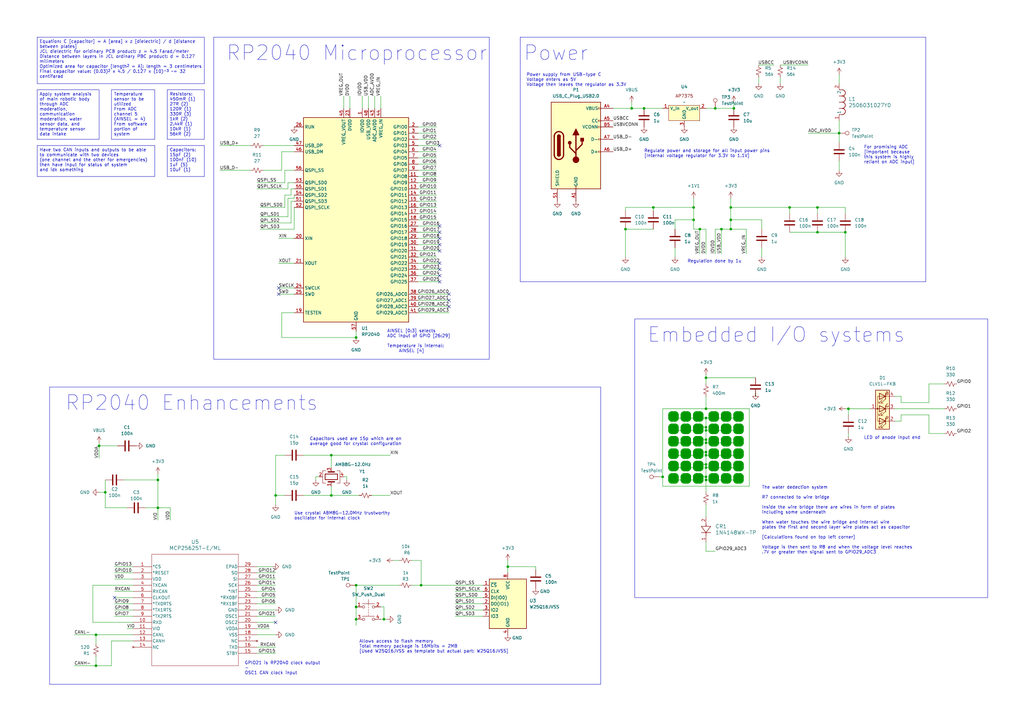
<source format=kicad_sch>
(kicad_sch (version 20230121) (generator eeschema)
  (paper "A3")
  (junction (at 302.26 186.69))
  (junction (at 293.37 44.45))
  (junction (at 281.94 191.77))
  (junction (at 276.86 176.53))
  (junction (at 298.45 196.85))
  (junction (at 292.1 176.53))
  (junction (at 289.56 176.53))
  (junction (at 289.56 154.94))
  (junction (at 276.86 196.85))
  (junction (at 289.56 196.85))
  (junction (at 297.18 196.85))
  (junction (at 276.86 191.77))
  (junction (at 297.18 191.77))
  (junction (at 292.1 171.45))
  (junction (at 293.37 171.45))
  (junction (at 302.26 191.77))
  (junction (at 172.72 240.03))
  (junction (at 289.56 195.58))
  (junction (at 292.1 196.85))
  (junction (at 135.89 186.69))
  (junction (at 281.94 196.85))
  (junction (at 300.99 44.45))
  (junction (at 293.37 176.53))
  (junction (at 146.05 248.92))
  (junction (at 285.75 171.45))
  (junction (at 40.64 182.88))
  (junction (at 64.77 208.28))
  (junction (at 280.67 181.61))
  (junction (at 293.37 196.85))
  (junction (at 297.18 181.61))
  (junction (at 285.75 181.61))
  (junction (at 285.75 191.77))
  (junction (at 302.26 196.85))
  (junction (at 293.37 186.69))
  (junction (at 299.72 85.09))
  (junction (at 287.02 175.26))
  (junction (at 302.26 171.45))
  (junction (at 146.05 240.03))
  (junction (at 284.48 85.09))
  (junction (at 280.67 176.53))
  (junction (at 289.56 191.77))
  (junction (at 146.05 254))
  (junction (at 302.26 181.61))
  (junction (at 295.91 93.98))
  (junction (at 298.45 181.61))
  (junction (at 276.86 186.69))
  (junction (at 347.98 167.64))
  (junction (at 281.94 176.53))
  (junction (at 287.02 185.42))
  (junction (at 285.75 196.85))
  (junction (at 39.37 260.35))
  (junction (at 259.08 44.45))
  (junction (at 298.45 191.77))
  (junction (at 289.56 181.61))
  (junction (at 135.89 203.2))
  (junction (at 285.75 186.69))
  (junction (at 256.54 93.98))
  (junction (at 39.37 273.05))
  (junction (at 208.28 232.41))
  (junction (at 293.37 181.61))
  (junction (at 276.86 181.61))
  (junction (at 293.37 191.77))
  (junction (at 323.85 85.09))
  (junction (at 289.56 185.42))
  (junction (at 289.56 171.45))
  (junction (at 287.02 190.5))
  (junction (at 292.1 181.61))
  (junction (at 297.18 186.69))
  (junction (at 287.02 171.45))
  (junction (at 287.02 195.58))
  (junction (at 298.45 186.69))
  (junction (at 292.1 186.69))
  (junction (at 299.72 93.98))
  (junction (at 287.02 93.98))
  (junction (at 280.67 191.77))
  (junction (at 113.03 203.2))
  (junction (at 289.56 190.5))
  (junction (at 264.16 44.45))
  (junction (at 346.71 95.25))
  (junction (at 344.17 54.61))
  (junction (at 280.67 171.45))
  (junction (at 292.1 191.77))
  (junction (at 298.45 171.45))
  (junction (at 284.48 90.17))
  (junction (at 271.78 195.58))
  (junction (at 289.56 167.64))
  (junction (at 297.18 176.53))
  (junction (at 297.18 171.45))
  (junction (at 267.97 85.09))
  (junction (at 280.67 196.85))
  (junction (at 285.75 176.53))
  (junction (at 157.48 254))
  (junction (at 289.56 175.26))
  (junction (at 289.56 180.34))
  (junction (at 146.05 138.43))
  (junction (at 43.18 201.93))
  (junction (at 281.94 186.69))
  (junction (at 281.94 171.45))
  (junction (at 335.28 95.25))
  (junction (at 298.45 176.53))
  (junction (at 281.94 181.61))
  (junction (at 299.72 90.17))
  (junction (at 276.86 171.45))
  (junction (at 64.77 196.85))
  (junction (at 335.28 85.09))
  (junction (at 289.56 186.69))
  (junction (at 302.26 176.53))
  (junction (at 287.02 180.34))
  (junction (at 280.67 186.69))
  (no_connect (at 180.34 59.69))
  (no_connect (at 180.34 110.49))
  (no_connect (at 180.34 107.95))
  (no_connect (at 180.34 95.25))
  (no_connect (at 180.34 113.03))
  (no_connect (at 184.15 123.19))
  (no_connect (at 180.34 92.71))
  (no_connect (at 180.34 115.57))
  (no_connect (at 46.99 245.11))
  (no_connect (at 114.3 120.65))
  (no_connect (at 113.03 255.27))
  (no_connect (at 180.34 102.87))
  (no_connect (at 180.34 97.79))
  (no_connect (at 180.34 100.33))
  (no_connect (at 184.15 120.65))
  (no_connect (at 184.15 125.73))
  (no_connect (at 114.3 118.11))
  (wire (pts (xy 45.72 273.05) (xy 39.37 273.05)))
  (wire (pts (xy 289.56 181.61) (xy 292.1 181.61)))
  (wire (pts (xy 287.02 181.61) (xy 287.02 180.34)) (stroke (width 3)))
  (wire (pts (xy 275.59 180.34) (xy 276.86 180.34)) (stroke (width 3)))
  (wire (pts (xy 284.48 85.09) (xy 284.48 90.17)))
  (wire (pts (xy 292.1 195.58) (xy 293.37 195.58)) (stroke (width 3)))
  (wire (pts (xy 302.26 175.26) (xy 302.26 176.53)) (stroke (width 3)))
  (wire (pts (xy 186.69 252.73) (xy 198.12 252.73)))
  (wire (pts (xy 46.99 234.95) (xy 54.61 234.95)))
  (wire (pts (xy 289.56 180.34) (xy 289.56 181.61)))
  (wire (pts (xy 299.72 90.17) (xy 299.72 93.98)))
  (wire (pts (xy 171.45 107.95) (xy 180.34 107.95)))
  (wire (pts (xy 171.45 110.49) (xy 180.34 110.49)))
  (wire (pts (xy 289.56 44.45) (xy 293.37 44.45)))
  (wire (pts (xy 267.97 86.36) (xy 267.97 85.09)))
  (wire (pts (xy 280.67 186.69) (xy 281.94 186.69)) (stroke (width 3)))
  (wire (pts (xy 135.89 203.2) (xy 147.32 203.2)))
  (wire (pts (xy 140.97 195.58) (xy 142.24 195.58)))
  (wire (pts (xy 297.18 185.42) (xy 297.18 186.69)) (stroke (width 3)))
  (wire (pts (xy 320.04 26.67) (xy 331.47 26.67)))
  (wire (pts (xy 171.45 54.61) (xy 179.07 54.61)))
  (wire (pts (xy 298.45 186.69) (xy 298.45 185.42)) (stroke (width 3)))
  (wire (pts (xy 180.34 113.03) (xy 171.45 113.03)))
  (wire (pts (xy 281.94 181.61) (xy 281.94 180.34)) (stroke (width 3)))
  (wire (pts (xy 287.02 185.42) (xy 289.56 185.42)))
  (wire (pts (xy 208.28 232.41) (xy 208.28 234.95)))
  (wire (pts (xy 107.95 69.85) (xy 115.57 69.85)))
  (wire (pts (xy 157.48 254) (xy 156.21 254)))
  (wire (pts (xy 275.59 175.26) (xy 275.59 176.53)) (stroke (width 3)))
  (wire (pts (xy 118.11 81.28) (xy 118.11 88.9)))
  (wire (pts (xy 292.1 195.58) (xy 292.1 196.85)) (stroke (width 3)))
  (wire (pts (xy 297.18 185.42) (xy 298.45 185.42)) (stroke (width 3)))
  (wire (pts (xy 303.53 186.69) (xy 303.53 185.42)) (stroke (width 3)))
  (wire (pts (xy 285.75 185.42) (xy 285.75 186.69)) (stroke (width 3)))
  (wire (pts (xy 293.37 171.45) (xy 297.18 171.45)))
  (wire (pts (xy 280.67 170.18) (xy 280.67 171.45)) (stroke (width 3)))
  (wire (pts (xy 256.54 85.09) (xy 267.97 85.09)))
  (wire (pts (xy 256.54 86.36) (xy 256.54 85.09)))
  (wire (pts (xy 297.18 176.53) (xy 298.45 176.53)) (stroke (width 3)))
  (wire (pts (xy 280.67 181.61) (xy 281.94 181.61)) (stroke (width 3)))
  (wire (pts (xy 369.57 165.1) (xy 381 165.1)))
  (wire (pts (xy 302.26 196.85) (xy 303.53 196.85)) (stroke (width 3)))
  (wire (pts (xy 381 170.18) (xy 381 177.8)))
  (wire (pts (xy 208.28 229.87) (xy 208.28 232.41)))
  (wire (pts (xy 302.26 180.34) (xy 302.26 181.61)) (stroke (width 3)))
  (wire (pts (xy 302.26 195.58) (xy 302.26 196.85)) (stroke (width 3)))
  (wire (pts (xy 281.94 171.45) (xy 281.94 170.18)) (stroke (width 3)))
  (wire (pts (xy 285.75 176.53) (xy 287.02 176.53)) (stroke (width 3)))
  (wire (pts (xy 171.45 52.07) (xy 179.07 52.07)))
  (wire (pts (xy 285.75 175.26) (xy 287.02 175.26)) (stroke (width 3)))
  (wire (pts (xy 281.94 171.45) (xy 285.75 171.45)))
  (wire (pts (xy 292.1 190.5) (xy 292.1 191.77)) (stroke (width 3)))
  (wire (pts (xy 156.21 39.37) (xy 156.21 44.45)))
  (wire (pts (xy 306.07 93.98) (xy 306.07 104.14)))
  (wire (pts (xy 292.1 185.42) (xy 293.37 185.42)) (stroke (width 3)))
  (wire (pts (xy 271.78 167.64) (xy 289.56 167.64)))
  (wire (pts (xy 292.1 170.18) (xy 292.1 171.45)) (stroke (width 3)))
  (wire (pts (xy 367.03 167.64) (xy 387.35 167.64)))
  (wire (pts (xy 59.69 208.28) (xy 64.77 208.28)))
  (wire (pts (xy 171.45 102.87) (xy 180.34 102.87)))
  (wire (pts (xy 346.71 167.64) (xy 347.98 167.64)))
  (wire (pts (xy 297.18 186.69) (xy 298.45 186.69)) (stroke (width 3)))
  (wire (pts (xy 276.86 90.17) (xy 284.48 90.17)))
  (wire (pts (xy 292.1 176.53) (xy 293.37 176.53)) (stroke (width 3)))
  (wire (pts (xy 281.94 176.53) (xy 285.75 176.53)))
  (wire (pts (xy 107.95 59.69) (xy 120.65 59.69)))
  (wire (pts (xy 344.17 54.61) (xy 344.17 58.42)))
  (wire (pts (xy 289.56 176.53) (xy 292.1 176.53)))
  (wire (pts (xy 298.45 191.77) (xy 302.26 191.77)))
  (wire (pts (xy 271.78 167.64) (xy 271.78 195.58)))
  (wire (pts (xy 114.3 107.95) (xy 120.65 107.95)))
  (wire (pts (xy 284.48 90.17) (xy 284.48 93.98)))
  (wire (pts (xy 292.1 186.69) (xy 293.37 186.69)) (stroke (width 3)))
  (wire (pts (xy 285.75 186.69) (xy 287.02 186.69)) (stroke (width 3)))
  (wire (pts (xy 113.03 242.57) (xy 105.41 242.57)))
  (wire (pts (xy 292.1 180.34) (xy 293.37 180.34)) (stroke (width 3)))
  (wire (pts (xy 285.75 171.45) (xy 287.02 171.45)) (stroke (width 3)))
  (wire (pts (xy 45.72 273.05) (xy 45.72 262.89)))
  (wire (pts (xy 292.1 190.5) (xy 293.37 190.5)) (stroke (width 3)))
  (wire (pts (xy 119.38 80.01) (xy 116.84 80.01)))
  (wire (pts (xy 179.07 69.85) (xy 171.45 69.85)))
  (wire (pts (xy 171.45 120.65) (xy 184.15 120.65)))
  (wire (pts (xy 124.46 203.2) (xy 135.89 203.2)))
  (wire (pts (xy 287.02 195.58) (xy 289.56 195.58)))
  (wire (pts (xy 271.78 199.39) (xy 307.34 199.39)))
  (wire (pts (xy 367.03 172.72) (xy 369.57 172.72)))
  (wire (pts (xy 179.07 82.55) (xy 171.45 82.55)))
  (wire (pts (xy 347.98 177.8) (xy 347.98 179.07)))
  (wire (pts (xy 289.56 162.56) (xy 289.56 167.64)))
  (wire (pts (xy 297.18 195.58) (xy 298.45 195.58)) (stroke (width 3)))
  (wire (pts (xy 289.56 191.77) (xy 289.56 195.58)))
  (wire (pts (xy 114.3 120.65) (xy 120.65 120.65)))
  (wire (pts (xy 113.03 255.27) (xy 105.41 255.27)))
  (wire (pts (xy 292.1 180.34) (xy 292.1 181.61)) (stroke (width 3)))
  (wire (pts (xy 179.07 74.93) (xy 171.45 74.93)))
  (wire (pts (xy 113.03 252.73) (xy 105.41 252.73)))
  (wire (pts (xy 298.45 181.61) (xy 302.26 181.61)))
  (wire (pts (xy 116.84 85.09) (xy 106.68 85.09)))
  (wire (pts (xy 289.56 153.67) (xy 289.56 154.94)))
  (wire (pts (xy 323.85 95.25) (xy 335.28 95.25)))
  (wire (pts (xy 116.84 186.69) (xy 113.03 186.69)))
  (wire (pts (xy 179.07 72.39) (xy 171.45 72.39)))
  (wire (pts (xy 307.34 199.39) (xy 307.34 167.64)))
  (wire (pts (xy 285.75 190.5) (xy 287.02 190.5)) (stroke (width 3)))
  (wire (pts (xy 43.18 201.93) (xy 43.18 208.28)))
  (wire (pts (xy 285.75 175.26) (xy 285.75 176.53)) (stroke (width 3)))
  (wire (pts (xy 297.18 170.18) (xy 298.45 170.18)) (stroke (width 3)))
  (wire (pts (xy 113.03 245.11) (xy 105.41 245.11)))
  (wire (pts (xy 275.59 185.42) (xy 276.86 185.42)) (stroke (width 3)))
  (wire (pts (xy 302.26 195.58) (xy 303.53 195.58)) (stroke (width 3)))
  (wire (pts (xy 309.88 162.56) (xy 309.88 161.29)))
  (wire (pts (xy 113.03 234.95) (xy 105.41 234.95)))
  (wire (pts (xy 256.54 93.98) (xy 267.97 93.98)))
  (wire (pts (xy 38.1 255.27) (xy 54.61 255.27)))
  (wire (pts (xy 179.07 80.01) (xy 171.45 80.01)))
  (wire (pts (xy 292.1 191.77) (xy 293.37 191.77)) (stroke (width 3)))
  (wire (pts (xy 280.67 170.18) (xy 281.94 170.18)) (stroke (width 3)))
  (wire (pts (xy 40.64 181.61) (xy 40.64 182.88)))
  (wire (pts (xy 367.03 162.56) (xy 369.57 162.56)))
  (wire (pts (xy 171.45 92.71) (xy 180.34 92.71)))
  (wire (pts (xy 168.91 240.03) (xy 172.72 240.03)))
  (wire (pts (xy 46.99 250.19) (xy 54.61 250.19)))
  (wire (pts (xy 292.1 185.42) (xy 292.1 186.69)) (stroke (width 3)))
  (wire (pts (xy 275.59 171.45) (xy 276.86 171.45)) (stroke (width 3)))
  (wire (pts (xy 186.69 247.65) (xy 198.12 247.65)))
  (wire (pts (xy 293.37 186.69) (xy 297.18 186.69)))
  (wire (pts (xy 369.57 170.18) (xy 381 170.18)))
  (wire (pts (xy 256.54 93.98) (xy 256.54 105.41)))
  (wire (pts (xy 303.53 181.61) (xy 303.53 180.34)) (stroke (width 3)))
  (wire (pts (xy 120.65 85.09) (xy 120.65 93.98)))
  (wire (pts (xy 186.69 250.19) (xy 198.12 250.19)))
  (wire (pts (xy 297.18 190.5) (xy 298.45 190.5)) (stroke (width 3)))
  (wire (pts (xy 381 165.1) (xy 381 157.48)))
  (wire (pts (xy 287.02 175.26) (xy 289.56 175.26)))
  (wire (pts (xy 40.64 182.88) (xy 40.64 187.96)))
  (wire (pts (xy 289.56 196.85) (xy 289.56 201.93)))
  (wire (pts (xy 179.07 90.17) (xy 171.45 90.17)))
  (wire (pts (xy 275.59 180.34) (xy 275.59 181.61)) (stroke (width 3)))
  (wire (pts (xy 180.34 115.57) (xy 171.45 115.57)))
  (wire (pts (xy 179.07 57.15) (xy 171.45 57.15)))
  (wire (pts (xy 335.28 85.09) (xy 335.28 87.63)))
  (wire (pts (xy 281.94 181.61) (xy 285.75 181.61)))
  (wire (pts (xy 276.86 191.77) (xy 280.67 191.77)))
  (wire (pts (xy 299.72 85.09) (xy 323.85 85.09)))
  (wire (pts (xy 297.18 180.34) (xy 297.18 181.61)) (stroke (width 3)))
  (wire (pts (xy 297.18 171.45) (xy 298.45 171.45)) (stroke (width 3)))
  (wire (pts (xy 50.8 196.85) (xy 64.77 196.85)))
  (wire (pts (xy 146.05 240.03) (xy 146.05 248.92)))
  (wire (pts (xy 276.86 176.53) (xy 280.67 176.53)))
  (wire (pts (xy 289.56 176.53) (xy 289.56 180.34)))
  (wire (pts (xy 285.75 190.5) (xy 285.75 191.77)) (stroke (width 3)))
  (wire (pts (xy 292.1 175.26) (xy 292.1 176.53)) (stroke (width 3)))
  (wire (pts (xy 161.29 229.87) (xy 163.83 229.87)))
  (wire (pts (xy 90.17 59.69) (xy 102.87 59.69)))
  (wire (pts (xy 347.98 167.64) (xy 356.87 167.64)))
  (wire (pts (xy 293.37 176.53) (xy 293.37 175.26)) (stroke (width 3)))
  (wire (pts (xy 118.11 77.47) (xy 105.41 77.47)))
  (wire (pts (xy 43.18 196.85) (xy 43.18 201.93)))
  (wire (pts (xy 289.56 191.77) (xy 292.1 191.77)))
  (wire (pts (xy 276.86 196.85) (xy 280.67 196.85)))
  (wire (pts (xy 267.97 85.09) (xy 284.48 85.09)))
  (wire (pts (xy 129.54 195.58) (xy 129.54 196.85)))
  (wire (pts (xy 157.48 254) (xy 157.48 248.92)))
  (wire (pts (xy 297.18 181.61) (xy 298.45 181.61)) (stroke (width 3)))
  (wire (pts (xy 285.75 181.61) (xy 287.02 181.61)) (stroke (width 3)))
  (wire (pts (xy 271.78 195.58) (xy 271.78 199.39)))
  (wire (pts (xy 289.56 186.69) (xy 292.1 186.69)))
  (wire (pts (xy 111.76 232.41) (xy 105.41 232.41)))
  (wire (pts (xy 116.84 80.01) (xy 116.84 85.09)))
  (wire (pts (xy 39.37 260.35) (xy 30.48 260.35)))
  (wire (pts (xy 303.53 171.45) (xy 303.53 170.18)) (stroke (width 3)))
  (wire (pts (xy 259.08 44.45) (xy 264.16 44.45)))
  (wire (pts (xy 344.17 30.48) (xy 344.17 34.29)))
  (wire (pts (xy 280.67 185.42) (xy 280.67 186.69)) (stroke (width 3)))
  (wire (pts (xy 39.37 273.05) (xy 30.48 273.05)))
  (wire (pts (xy 302.26 185.42) (xy 302.26 186.69)) (stroke (width 3)))
  (wire (pts (xy 64.77 208.28) (xy 69.85 208.28)))
  (wire (pts (xy 113.03 250.19) (xy 105.41 250.19)))
  (wire (pts (xy 292.1 181.61) (xy 293.37 181.61)) (stroke (width 3)))
  (wire (pts (xy 293.37 196.85) (xy 293.37 195.58)) (stroke (width 3)))
  (wire (pts (xy 179.07 77.47) (xy 171.45 77.47)))
  (wire (pts (xy 287.02 176.53) (xy 287.02 175.26)) (stroke (width 3)))
  (wire (pts (xy 300.99 41.91) (xy 300.99 44.45)))
  (wire (pts (xy 276.86 191.77) (xy 276.86 190.5)) (stroke (width 3)))
  (wire (pts (xy 297.18 175.26) (xy 298.45 175.26)) (stroke (width 3)))
  (wire (pts (xy 153.67 39.37) (xy 153.67 44.45)))
  (wire (pts (xy 276.86 101.6) (xy 276.86 105.41)))
  (wire (pts (xy 280.67 175.26) (xy 280.67 176.53)) (stroke (width 3)))
  (wire (pts (xy 287.02 186.69) (xy 287.02 185.42)) (stroke (width 3)))
  (wire (pts (xy 64.77 194.31) (xy 64.77 196.85)))
  (wire (pts (xy 276.86 176.53) (xy 276.86 175.26)) (stroke (width 3)))
  (wire (pts (xy 298.45 171.45) (xy 302.26 171.45)))
  (wire (pts (xy 275.59 176.53) (xy 276.86 176.53)) (stroke (width 3)))
  (wire (pts (xy 302.26 191.77) (xy 303.53 191.77)) (stroke (width 3)))
  (wire (pts (xy 113.03 265.43) (xy 105.41 265.43)))
  (wire (pts (xy 303.53 196.85) (xy 303.53 195.58)) (stroke (width 3)))
  (wire (pts (xy 64.77 208.28) (xy 64.77 213.36)))
  (wire (pts (xy 106.68 93.98) (xy 120.65 93.98)))
  (wire (pts (xy 285.75 195.58) (xy 287.02 195.58)) (stroke (width 3)))
  (wire (pts (xy 347.98 167.64) (xy 347.98 170.18)))
  (wire (pts (xy 280.67 195.58) (xy 280.67 196.85)) (stroke (width 3)))
  (wire (pts (xy 275.59 195.58) (xy 276.86 195.58)) (stroke (width 3)))
  (wire (pts (xy 369.57 165.1) (xy 369.57 162.56)))
  (wire (pts (xy 275.59 181.61) (xy 276.86 181.61)) (stroke (width 3)))
  (wire (pts (xy 118.11 74.93) (xy 118.11 77.47)))
  (wire (pts (xy 179.07 87.63) (xy 171.45 87.63)))
  (wire (pts (xy 120.65 62.23) (xy 115.57 62.23)))
  (wire (pts (xy 297.18 196.85) (xy 298.45 196.85)) (stroke (width 3)))
  (wire (pts (xy 299.72 90.17) (xy 312.42 90.17)))
  (wire (pts (xy 43.18 208.28) (xy 52.07 208.28)))
  (wire (pts (xy 39.37 260.35) (xy 39.37 264.16)))
  (wire (pts (xy 299.72 93.98) (xy 306.07 93.98)))
  (wire (pts (xy 285.75 180.34) (xy 287.02 180.34)) (stroke (width 3)))
  (wire (pts (xy 105.41 257.81) (xy 110.49 257.81)))
  (wire (pts (xy 146.05 248.92) (xy 146.05 254)))
  (wire (pts (xy 289.56 222.25) (xy 289.56 226.06)))
  (wire (pts (xy 287.02 171.45) (xy 287.02 170.18)) (stroke (width 3)))
  (wire (pts (xy 302.26 186.69) (xy 303.53 186.69)) (stroke (width 3)))
  (wire (pts (xy 113.03 247.65) (xy 105.41 247.65)))
  (wire (pts (xy 331.47 54.61) (xy 344.17 54.61)))
  (wire (pts (xy 346.71 85.09) (xy 346.71 87.63)))
  (wire (pts (xy 140.97 39.37) (xy 140.97 44.45)))
  (wire (pts (xy 381 177.8) (xy 387.35 177.8)))
  (wire (pts (xy 293.37 181.61) (xy 297.18 181.61)))
  (wire (pts (xy 276.86 186.69) (xy 276.86 185.42)) (stroke (width 3)))
  (wire (pts (xy 48.26 182.88) (xy 40.64 182.88)))
  (wire (pts (xy 219.71 232.41) (xy 219.71 233.68)))
  (wire (pts (xy 186.69 245.11) (xy 198.12 245.11)))
  (wire (pts (xy 158.75 254) (xy 157.48 254)))
  (wire (pts (xy 152.4 203.2) (xy 160.02 203.2)))
  (wire (pts (xy 311.15 26.67) (xy 317.5 26.67)))
  (wire (pts (xy 119.38 82.55) (xy 119.38 91.44)))
  (wire (pts (xy 271.78 195.58) (xy 270.51 195.58)))
  (wire (pts (xy 119.38 77.47) (xy 119.38 80.01)))
  (wire (pts (xy 289.56 167.64) (xy 307.34 167.64)))
  (wire (pts (xy 113.03 186.69) (xy 113.03 203.2)))
  (wire (pts (xy 287.02 180.34) (xy 289.56 180.34)))
  (wire (pts (xy 146.05 135.89) (xy 146.05 138.43)))
  (wire (pts (xy 289.56 186.69) (xy 289.56 190.5)))
  (wire (pts (xy 113.03 267.97) (xy 105.41 267.97)))
  (wire (pts (xy 323.85 85.09) (xy 323.85 87.63)))
  (wire (pts (xy 146.05 138.43) (xy 115.57 138.43)))
  (wire (pts (xy 289.56 171.45) (xy 292.1 171.45)))
  (wire (pts (xy 275.59 190.5) (xy 275.59 191.77)) (stroke (width 3)))
  (wire (pts (xy 115.57 128.27) (xy 120.65 128.27)))
  (wire (pts (xy 280.67 190.5) (xy 280.67 191.77)) (stroke (width 3)))
  (wire (pts (xy 179.07 105.41) (xy 171.45 105.41)))
  (wire (pts (xy 281.94 176.53) (xy 281.94 175.26)) (stroke (width 3)))
  (wire (pts (xy 120.65 69.85) (xy 116.84 69.85)))
  (wire (pts (xy 172.72 240.03) (xy 172.72 229.87)))
  (wire (pts (xy 172.72 229.87) (xy 168.91 229.87)))
  (wire (pts (xy 264.16 44.45) (xy 271.78 44.45)))
  (wire (pts (xy 280.67 195.58) (xy 281.94 195.58)) (stroke (width 3)))
  (wire (pts (xy 135.89 199.39) (xy 135.89 203.2)))
  (wire (pts (xy 280.67 180.34) (xy 280.67 181.61)) (stroke (width 3)))
  (wire (pts (xy 113.03 240.03) (xy 105.41 240.03)))
  (wire (pts (xy 297.18 170.18) (xy 297.18 171.45)) (stroke (width 3)))
  (wire (pts (xy 292.1 196.85) (xy 293.37 196.85)) (stroke (width 3)))
  (wire (pts (xy 289.56 181.61) (xy 289.56 185.42)))
  (wire (pts (xy 293.37 186.69) (xy 293.37 185.42)) (stroke (width 3)))
  (wire (pts (xy 116.84 74.93) (xy 105.41 74.93)))
  (wire (pts (xy 115.57 138.43) (xy 115.57 128.27)))
  (wire (pts (xy 346.71 95.25) (xy 346.71 105.41)))
  (wire (pts (xy 303.53 176.53) (xy 303.53 175.26)) (stroke (width 3)))
  (wire (pts (xy 275.59 170.18) (xy 276.86 170.18)) (stroke (width 3)))
  (wire (pts (xy 52.07 257.81) (xy 54.61 257.81)))
  (wire (pts (xy 148.59 39.37) (xy 148.59 44.45)))
  (wire (pts (xy 302.26 190.5) (xy 302.26 191.77)) (stroke (width 3)))
  (wire (pts (xy 46.99 242.57) (xy 54.61 242.57)))
  (wire (pts (xy 276.86 196.85) (xy 276.86 195.58)) (stroke (width 3)))
  (wire (pts (xy 38.1 240.03) (xy 54.61 240.03)))
  (wire (pts (xy 179.07 67.31) (xy 171.45 67.31)))
  (wire (pts (xy 113.03 203.2) (xy 116.84 203.2)))
  (wire (pts (xy 284.48 81.28) (xy 284.48 85.09)))
  (wire (pts (xy 302.26 180.34) (xy 303.53 180.34)) (stroke (width 3)))
  (wire (pts (xy 113.03 260.35) (xy 105.41 260.35)))
  (wire (pts (xy 293.37 181.61) (xy 293.37 180.34)) (stroke (width 3)))
  (wire (pts (xy 46.99 232.41) (xy 54.61 232.41)))
  (wire (pts (xy 106.68 88.9) (xy 118.11 88.9)))
  (wire (pts (xy 275.59 195.58) (xy 275.59 196.85)) (stroke (width 3)))
  (wire (pts (xy 46.99 247.65) (xy 54.61 247.65)))
  (wire (pts (xy 172.72 240.03) (xy 198.12 240.03)))
  (wire (pts (xy 298.45 181.61) (xy 298.45 180.34)) (stroke (width 3)))
  (wire (pts (xy 280.67 176.53) (xy 281.94 176.53)) (stroke (width 3)))
  (wire (pts (xy 151.13 39.37) (xy 151.13 44.45)))
  (wire (pts (xy 280.67 185.42) (xy 281.94 185.42)) (stroke (width 3)))
  (wire (pts (xy 289.56 175.26) (xy 289.56 176.53)))
  (wire (pts (xy 287.02 196.85) (xy 287.02 195.58)) (stroke (width 3)))
  (wire (pts (xy 143.51 39.37) (xy 143.51 44.45)))
  (wire (pts (xy 297.18 195.58) (xy 297.18 196.85)) (stroke (width 3)))
  (wire (pts (xy 38.1 255.27) (xy 38.1 240.03)))
  (wire (pts (xy 275.59 185.42) (xy 275.59 186.69)) (stroke (width 3)))
  (wire (pts (xy 116.84 69.85) (xy 116.84 74.93)))
  (wire (pts (xy 156.21 248.92) (xy 157.48 248.92)))
  (wire (pts (xy 298.45 176.53) (xy 302.26 176.53)))
  (wire (pts (xy 293.37 176.53) (xy 297.18 176.53)))
  (wire (pts (xy 39.37 273.05) (xy 39.37 269.24)))
  (wire (pts (xy 120.65 82.55) (xy 119.38 82.55)))
  (wire (pts (xy 302.26 185.42) (xy 303.53 185.42)) (stroke (width 3)))
  (wire (pts (xy 323.85 85.09) (xy 335.28 85.09)))
  (wire (pts (xy 276.86 171.45) (xy 276.86 170.18)) (stroke (width 3)))
  (wire (pts (xy 146.05 240.03) (xy 163.83 240.03)))
  (wire (pts (xy 292.1 171.45) (xy 293.37 171.45)) (stroke (width 3)))
  (wire (pts (xy 281.94 191.77) (xy 285.75 191.77)))
  (wire (pts (xy 171.45 123.19) (xy 184.15 123.19)))
  (wire (pts (xy 311.15 31.75) (xy 311.15 34.29)))
  (wire (pts (xy 39.37 260.35) (xy 54.61 260.35)))
  (wire (pts (xy 45.72 262.89) (xy 54.61 262.89)))
  (wire (pts (xy 46.99 237.49) (xy 54.61 237.49)))
  (wire (pts (xy 289.56 226.06) (xy 293.37 226.06)))
  (wire (pts (xy 285.75 185.42) (xy 287.02 185.42)) (stroke (width 3)))
  (wire (pts (xy 297.18 175.26) (xy 297.18 176.53)) (stroke (width 3)))
  (wire (pts (xy 369.57 170.18) (xy 369.57 172.72)))
  (wire (pts (xy 120.65 81.28) (xy 118.11 81.28)))
  (wire (pts (xy 292.1 175.26) (xy 293.37 175.26)) (stroke (width 3)))
  (wire (pts (xy 285.75 195.58) (xy 285.75 196.85)) (stroke (width 3)))
  (wire (pts (xy 312.42 93.98) (xy 312.42 90.17)))
  (wire (pts (xy 293.37 171.45) (xy 293.37 170.18)) (stroke (width 3)))
  (wire (pts (xy 64.77 196.85) (xy 64.77 208.28)))
  (wire (pts (xy 287.02 171.45) (xy 289.56 171.45)))
  (wire (pts (xy 298.45 186.69) (xy 302.26 186.69)))
  (wire (pts (xy 280.67 180.34) (xy 281.94 180.34)) (stroke (width 3)))
  (wire (pts (xy 114.3 118.11) (xy 120.65 118.11)))
  (wire (pts (xy 142.24 196.85) (xy 142.24 195.58)))
  (wire (pts (xy 208.28 232.41) (xy 219.71 232.41)))
  (wire (pts (xy 276.86 181.61) (xy 276.86 180.34)) (stroke (width 3)))
  (wire (pts (xy 298.45 171.45) (xy 298.45 170.18)) (stroke (width 3)))
  (wire (pts (xy 320.04 31.75) (xy 320.04 34.29)))
  (wire (pts (xy 287.02 190.5) (xy 289.56 190.5)))
  (wire (pts (xy 287.02 93.98) (xy 284.48 93.98)))
  (wire (pts (xy 113.03 237.49) (xy 105.41 237.49)))
  (wire (pts (xy 275.59 175.26) (xy 276.86 175.26)) (stroke (width 3)))
  (wire (pts (xy 135.89 186.69) (xy 160.02 186.69)))
  (wire (pts (xy 302.26 175.26) (xy 303.53 175.26)) (stroke (width 3)))
  (wire (pts (xy 179.07 62.23) (xy 171.45 62.23)))
  (wire (pts (xy 120.65 74.93) (xy 118.11 74.93)))
  (wire (pts (xy 289.56 171.45) (xy 289.56 175.26)))
  (wire (pts (xy 171.45 100.33) (xy 180.34 100.33)))
  (wire (pts (xy 298.45 176.53) (xy 298.45 175.26)) (stroke (width 3)))
  (wire (pts (xy 381 157.48) (xy 387.35 157.48)))
  (wire (pts (xy 120.65 77.47) (xy 119.38 77.47)))
  (wire (pts (xy 186.69 242.57) (xy 198.12 242.57)))
  (wire (pts (xy 287.02 191.77) (xy 287.02 190.5)) (stroke (width 3)))
  (wire (pts (xy 275.59 191.77) (xy 276.86 191.77)) (stroke (width 3)))
  (wire (pts (xy 106.68 91.44) (xy 119.38 91.44)))
  (wire (pts (xy 280.67 190.5) (xy 281.94 190.5)) (stroke (width 3)))
  (wire (pts (xy 295.91 93.98) (xy 295.91 104.14)))
  (wire (pts (xy 285.75 196.85) (xy 287.02 196.85)) (stroke (width 3)))
  (wire (pts (xy 46.99 252.73) (xy 54.61 252.73)))
  (wire (pts (xy 69.85 208.28) (xy 69.85 213.36)))
  (wire (pts (xy 298.45 191.77) (xy 298.45 190.5)) (stroke (width 3)))
  (wire (pts (xy 289.56 93.98) (xy 289.56 104.14)))
  (wire (pts (xy 135.89 186.69) (xy 135.89 191.77)))
  (wire (pts (xy 276.86 181.61) (xy 280.67 181.61)))
  (wire (pts (xy 302.26 170.18) (xy 303.53 170.18)) (stroke (width 3)))
  (wire (pts (xy 281.94 196.85) (xy 285.75 196.85)))
  (wire (pts (xy 298.45 196.85) (xy 302.26 196.85)))
  (wire (pts (xy 289.56 196.85) (xy 292.1 196.85)))
  (wire (pts (xy 280.67 191.77) (xy 281.94 191.77)) (stroke (width 3)))
  (wire (pts (xy 299.72 81.28) (xy 299.72 85.09)))
  (wire (pts (xy 289.56 157.48) (xy 289.56 154.94)))
  (wire (pts (xy 293.37 93.98) (xy 293.37 104.14)))
  (wire (pts (xy 285.75 180.34) (xy 285.75 181.61)) (stroke (width 3)))
  (wire (pts (xy 297.18 190.5) (xy 297.18 191.77)) (stroke (width 3)))
  (wire (pts (xy 113.03 203.2) (xy 113.03 207.01)))
  (wire (pts (xy 302.26 176.53) (xy 303.53 176.53)) (stroke (width 3)))
  (wire (pts (xy 124.46 186.69) (xy 135.89 186.69)))
  (wire (pts (xy 251.46 44.45) (xy 259.08 44.45)))
  (wire (pts (xy 146.05 254) (xy 146.05 256.54)))
  (wire (pts (xy 302.26 171.45) (xy 303.53 171.45)) (stroke (width 3)))
  (wire (pts (xy 120.65 80.01) (xy 120.65 81.28)))
  (wire (pts (xy 114.3 97.79) (xy 120.65 97.79)))
  (wire (pts (xy 335.28 85.09) (xy 346.71 85.09)))
  (wire (pts (xy 302.26 170.18) (xy 302.26 171.45)) (stroke (width 3)))
  (wire (pts (xy 184.15 128.27) (xy 171.45 128.27)))
  (wire (pts (xy 275.59 186.69) (xy 276.86 186.69)) (stroke (width 3)))
  (wire (pts (xy 275.59 170.18) (xy 275.59 171.45)) (stroke (width 3)))
  (wire (pts (xy 293.37 191.77) (xy 293.37 190.5)) (stroke (width 3)))
  (wire (pts (xy 280.67 196.85) (xy 281.94 196.85)) (stroke (width 3)))
  (wire (pts (xy 295.91 93.98) (xy 293.37 93.98)))
  (wire (pts (xy 281.94 196.85) (xy 281.94 195.58)) (stroke (width 3)))
  (wire (pts (xy 130.81 195.58) (xy 129.54 195.58)))
  (wire (pts (xy 180.34 95.25) (xy 171.45 95.25)))
  (wire (pts (xy 179.07 64.77) (xy 171.45 64.77)))
  (wire (pts (xy 285.75 170.18) (xy 285.75 171.45)) (stroke (width 3)))
  (wire (pts (xy 281.94 186.69) (xy 281.94 185.42)) (stroke (width 3)))
  (wire (pts (xy 297.18 191.77) (xy 298.45 191.77)) (stroke (width 3)))
  (wire (pts (xy 293.37 44.45) (xy 300.99 44.45)))
  (wire (pts (xy 344.17 49.53) (xy 344.17 54.61)))
  (wire (pts (xy 299.72 93.98) (xy 295.91 93.98)))
  (wire (pts (xy 40.64 201.93) (xy 43.18 201.93)))
  (wire (pts (xy 171.45 125.73) (xy 184.15 125.73)))
  (wire (pts (xy 297.18 180.34) (xy 298.45 180.34)) (stroke (width 3)))
  (wire (pts (xy 115.57 62.23) (xy 115.57 69.85)))
  (wire (pts (xy 299.72 85.09) (xy 299.72 90.17)))
  (wire (pts (xy 287.02 93.98) (xy 289.56 93.98)))
  (wire (pts (xy 292.1 170.18) (xy 293.37 170.18)) (stroke (width 3)))
  (wire (pts (xy 276.86 93.98) (xy 276.86 90.17)))
  (wire (pts (xy 298.45 196.85) (xy 298.45 195.58)) (stroke (width 3)))
  (wire (pts (xy 335.28 95.25) (xy 346.71 95.25)))
  (wire (pts (xy 90.17 69.85) (xy 102.87 69.85)))
  (wire (pts (xy 179.07 85.09) (xy 171.45 85.09)))
  (wire (pts (xy 171.45 97.79) (xy 180.34 97.79)))
  (wire (pts (xy 285.75 170.18) (xy 287.02 170.18)) (stroke (width 3)))
  (wire (pts (xy 276.86 186.69) (xy 280.67 186.69)))
  (wire (pts (xy 281.94 186.69) (xy 285.75 186.69)))
  (wire (pts (xy 276.86 171.45) (xy 280.67 171.45)))
  (wire (pts (xy 46.99 245.11) (xy 54.61 245.11)))
  (wire (pts (xy 303.53 191.77) (xy 303.53 190.5)) (stroke (width 3)))
  (wire (pts (xy 289.56 154.94) (xy 309.88 154.94)))
  (wire (pts (xy 302.26 190.5) (xy 303.53 190.5)) (stroke (width 3)))
  (wire (pts (xy 259.08 44.45) (xy 259.08 41.91)))
  (wire (pts (xy 289.56 190.5) (xy 289.56 191.77)))
  (wire (pts (xy 280.67 175.26) (xy 281.94 175.26)) (stroke (width 3)))
  (wire (pts (xy 275.59 196.85) (xy 276.86 196.85)) (stroke (width 3)))
  (wire (pts (xy 280.67 171.45) (xy 281.94 171.45)) (stroke (width 3)))
  (wire (pts (xy 285.75 191.77) (xy 287.02 191.77)) (stroke (width 3)))
  (wire (pts (xy 293.37 191.77) (xy 297.18 191.77)))
  (wire (pts (xy 289.56 207.01) (xy 289.56 212.09)))
  (wire (pts (xy 344.17 66.04) (xy 344.17 69.85)))
  (wire (pts (xy 289.56 195.58) (xy 289.56 196.85)))
  (wire (pts (xy 275.59 190.5) (xy 276.86 190.5)) (stroke (width 3)))
  (wire (pts (xy 312.42 101.6) (xy 312.42 105.41)))
  (wire (pts (xy 171.45 59.69) (xy 180.34 59.69)))
  (wire (pts (xy 281.94 191.77) (xy 281.94 190.5)) (stroke (width 3)))
  (wire (pts (xy 293.37 196.85) (xy 297.18 196.85)))
  (wire (pts (xy 287.02 93.98) (xy 287.02 104.14)))
  (wire (pts (xy 289.56 185.42) (xy 289.56 186.69)))
  (wire (pts (xy 302.26 181.61) (xy 303.53 181.61)) (stroke (width 3)))
  (rectangle (start 260.35 130.81) (end 405.13 245.11))
  (rectangle (start 20.32 158.75) (end 246.38 280.67))
  (rectangle (start 213.36 15.24) (end 379.73 115.57))
  (rectangle (start 87.63 15.24) (end 200.66 147.32))
  (text_box "Capacitors:\n15pF (2)\n100nF (10)\n1uF (5)\n10uF (1)" (at 68.58 59.69 0) (size 15.24 12.7) (effects (font (size 1.27 1.27)) (justify left top)))
  (text_box "Equation: C [capacitor] = A [area] x z [dielectric] / d [distance between plates]\nJCL dielectric for oridinary PCB product: z = 4.5 Farad/meter\nDistance between layers in JCL ordinary PBC product: d = 0.127 milimeters\nOptimized area for capacitor [length^{2} = A]: length = 3 centimeters\nFinal capacitor value: (0.03)^{2} x 4.5 / 0.127 x (10)^{-3} ~= 32 centifarad\n\n" (at 15.24 15.24 0) (size 68.58 19.05) (effects (font (size 1.27 1.27)) (justify left top)))
  (text_box "Resistors:\n450mR (1)\n27R (2)\n120R (1)\n330R (3)\n1kR (2)\n2.4kR (1)\n10kR (1)\n56kR (2)\n" (at 68.58 36.83 0) (size 15.24 20.32) (effects (font (size 1.27 1.27)) (justify left top)))
  (text_box "Have two CAN inputs and outputs to be able \nto communicate with two devices \n(one channel and the other for emergencies)\nthen have input for status of system\nand idk something " (at 15.24 59.69 0) (size 48.26 12.7) (effects (font (size 1.27 1.27)) (justify left top)))
  (text_box "Apply system analysis of main robotic body through ADC moderation, communication moderation, water sensor data, and temperature sensor data intake \n" (at 15.24 36.83 0) (size 25.4 20.32) (effects (font (size 1.27 1.27)) (justify left top)))
  (text_box "Temperature sensor to be utilized \nFrom ADC channel 5 (AINSEL = 4) \nFrom software portion of system" (at 45.72 36.83 0) (size 17.78 20.32) (effects (font (size 1.27 1.27)) (justify left top)))
  (text "Regulation done by 1u" (at 281.94 107.95 0) (effects (font (size 1.27 1.27)) (justify left bottom)))
  (text "RP2040 Microprocessor\n" (at 92.71 25.4 0) (effects (font (size 6 6)) (justify left bottom)))
  (text "GPIO21 is RP2040 clock output \n- \nOSC1 CAN clock input" (at 100.33 276.86 0) (effects (font (size 1.27 1.27)) (justify left bottom)))
  (text "AINSEL [0:3] selects \nADC input of GPIO [26:29]\n\nTemperature is internal:\n	AINSEL [4]" (at 158.75 144.78 0) (effects (font (size 1.27 1.27)) (justify left bottom)))
  (text "For promising ADC\n[important because \nthis system is highly \nreliant on ADC input]" (at 354.33 67.31 0) (effects (font (size 1.27 1.27)) (justify left bottom)))
  (text "Power supply from USB-type C\nVoltage enters as 5V\nVoltage then leaves the regulator as 3.3V\n" (at 215.9 35.56 0) (effects (font (size 1.27 1.27)) (justify left bottom)))
  (text "Allows access to flash memory\nTotal memory package is 16Mbits = 2MB\n[Used W25Q16JVSS as template but actual part: W25Q16JVSS]" (at 147.32 267.97 0) (effects (font (size 1.27 1.27)) (justify left bottom)))
  (text "RP2040 Enhancements" (at 26.67 168.91 0) (effects (font (size 6 6)) (justify left bottom)))
  (text "Use crystal ABM8G-12.0MHz trustworthy \noscillator for internal clock\n" (at 120.65 213.36 0) (effects (font (size 1.27 1.27)) (justify left bottom)))
  (text "Embedded I/O systems" (at 265.43 140.97 0) (effects (font (size 6 6)) (justify left bottom)))
  (text "Capacitors used are 15p which are on \naverage good for crystal configuration" (at 127 182.88 0) (effects (font (size 1.27 1.27)) (justify left bottom)))
  (text "The water dedection system \n\nR7 connected to wire bridge\n\nInside the wire bridge there are wires in form of plates \nincluding some underneath\n\nWhen water touches the wire bridge and internal wire \nplates the first and second layer wire plates act as capacitor \n\n[Calculations found on top left corner]\n\nVoltage is then sent to R8 and when the voltage level reaches \n.7V or greater then signal sent to GPIO29_ADC3" (at 312.42 227.33 0) (effects (font (size 1.27 1.27)) (justify left bottom)))
  (text "LED of anode input end" (at 354.33 180.34 0) (effects (font (size 1.27 1.27)) (justify left bottom)))
  (text "Regulate power and storage for all input power pins\n[Internal voltage regulator for 3.3V to 1.1V]\n" (at 264.16 64.77 0) (effects (font (size 1.27 1.27)) (justify left bottom)))
  (text "Power\n" (at 214.63 25.4 0) (effects (font (size 6 6)) (justify left bottom)))
  (label "GPIO24" (at 180.34 113.03 180))
  (label "GPIO9" (at 46.99 247.65 0))
  (label "GPIO21" (at 113.03 252.73 180))
  (label "XIN" (at 160.02 186.69 0))
  (label "XOUT" (at 160.02 203.2 0))
  (label "GPIO7" (at 46.99 252.73 0))
  (label "QSPI_SCLK" (at 105.41 77.47 0))
  (label "GPIO18" (at 180.34 97.79 180))
  (label "USB_VDD" (at 151.13 39.37 90))
  (label "XOUT" (at 114.3 107.95 0))
  (label "GPIO9" (at 179.07 74.93 180))
  (label "ADC_AVDD" (at 153.67 39.37 90))
  (label "GPIO22" (at 180.34 107.95 180))
  (label "USB_D+" (at 251.46 62.23 0))
  (label "GPIO0" (at 392.43 157.48 0))
  (label "GPIO23" (at 180.34 110.49 180))
  (label "USBVCONN" (at 331.47 26.67 180))
  (label "GPIO10" (at 46.99 234.95 0))
  (label "GPIO0" (at 179.07 52.07 180))
  (label "GPIO2" (at 179.07 57.15 180))
  (label "QPI_SD2" (at 186.69 250.19 0))
  (label "QPI_SD2" (at 106.68 91.44 0))
  (label "GPIO26_ADC0" (at 184.15 120.65 180))
  (label "DVDD" (at 143.51 39.37 90))
  (label "GPIO12" (at 179.07 82.55 180))
  (label "USBVCONN" (at 251.46 52.07 0))
  (label "USBCC" (at 251.46 49.53 0))
  (label "ADC_AVDD" (at 331.47 54.61 0))
  (label "QSPI_SD0" (at 106.68 85.09 0))
  (label "GPIO17" (at 180.34 95.25 180))
  (label "GPIO11" (at 113.03 237.49 180))
  (label "GPIO11" (at 179.07 80.01 180))
  (label "IOVDD" (at 293.37 104.14 90))
  (label "GPIO8" (at 46.99 250.19 0))
  (label "USB_D-" (at 90.17 69.85 0))
  (label "GPIO10" (at 179.07 77.47 180))
  (label "QPI_SD3" (at 106.68 93.98 0))
  (label "GPIO14" (at 179.07 87.63 180))
  (label "SWCLK" (at 114.3 118.11 0))
  (label "VREG_IN" (at 156.21 39.37 90))
  (label "GPIO5" (at 113.03 245.11 180))
  (label "GPIO7" (at 179.07 69.85 180))
  (label "VIO" (at 64.77 213.36 90))
  (label "IOVDD" (at 148.59 39.37 90))
  (label "GPIO15" (at 179.07 90.17 180))
  (label "GPIO4" (at 179.07 62.23 180))
  (label "VDDA" (at 110.49 257.81 180))
  (label "GPIO1" (at 179.07 54.61 180))
  (label "VREG_OUT" (at 287.02 104.14 90))
  (label "VDD" (at 69.85 213.36 90))
  (label "XIN" (at 114.3 97.79 0))
  (label "GPIO2" (at 392.43 177.8 0))
  (label "GPIO8" (at 179.07 72.39 180))
  (label "USBCC" (at 317.5 26.67 180))
  (label "RXCAN" (at 46.99 242.57 0))
  (label "GPIO19" (at 180.34 100.33 180))
  (label "GPIO5" (at 179.07 64.77 180))
  (label "GPIO13" (at 179.07 85.09 180))
  (label "GPIO14" (at 113.03 240.03 180))
  (label "GPIO21" (at 179.07 105.41 180))
  (label "RXCAN" (at 113.03 265.43 180))
  (label "GPIO28_ADC2" (at 184.15 125.73 180))
  (label "GPIO3" (at 180.34 59.69 180))
  (label "QSPI_SS" (at 105.41 74.93 0))
  (label "DVDD" (at 289.56 104.14 90))
  (label "CANH-" (at 30.48 273.05 0))
  (label "GPIO29_ADC3" (at 293.37 226.06 0))
  (label "CANL-" (at 30.48 260.35 0))
  (label "VDDA" (at 40.64 187.96 90))
  (label "GPIO6" (at 113.03 247.65 180))
  (label "GPIO25" (at 180.34 115.57 180))
  (label "GPIO12" (at 113.03 234.95 180))
  (label "GPIO27_ADC1" (at 184.15 123.19 180))
  (label "GPIO1" (at 392.43 167.64 0))
  (label "GPIO15" (at 113.03 267.97 180))
  (label "USB_D-" (at 251.46 57.15 0))
  (label "QPI_SD3" (at 186.69 252.73 0))
  (label "VREG_OUT" (at 140.97 39.37 90))
  (label "GPIO4" (at 113.03 242.57 180))
  (label "GPIO20" (at 180.34 102.87 180))
  (label "USB_VDD" (at 295.91 104.14 90))
  (label "SWD" (at 114.3 120.65 0))
  (label "GPIO29_ADC3" (at 184.15 128.27 180))
  (label "VIO" (at 52.07 257.81 0))
  (label "GPIO6" (at 179.07 67.31 180))
  (label "VREG_IN" (at 306.07 104.14 90))
  (label "GPIO13" (at 46.99 232.41 0))
  (label "USB_D+" (at 90.17 59.69 0))
  (label "QSPI_SCLK" (at 186.69 242.57 0))
  (label "QSPI_SD0" (at 186.69 245.11 0))
  (label "VDD" (at 46.99 237.49 0))
  (label "QSPI_SS" (at 186.69 240.03 0))
  (label "GPIO16" (at 180.34 92.71 180))
  (label "QPI_SD1" (at 106.68 88.9 0))
  (label "QPI_SD1" (at 186.69 247.65 0))
  (symbol (lib_id "power:GND") (at 40.64 201.93 270) (unit 1)
    (property "Reference" "#PWR05" (effects hide))
    (property "Value" "GND" (at 36.83 201.93 90) (effects (justify right)))
  )
  (symbol (lib_id "power:+3V3") (at 344.17 30.48 0) (unit 1)
    (property "Reference" "#PWR019" (effects hide))
    (property "Value" "+3V3" (at 344.17 25.4 0))
  )
  (symbol (lib_id "Device:R_Small_US") (at 166.37 240.03 90) (unit 1)
    (property "Reference" "R3" (at 167.64 237.49 90) (effects (justify left)))
    (property "Value" "1k" (at 167.64 234.95 90) (effects (justify left)))
    (property "Footprint" "Resistor_SMD:R_0805_2012Metric" (effects hide))
  )
  (symbol (lib_id "Connector:TestPoint") (at 146.05 240.03 90) (unit 1)
    (property "Reference" "TP1" (at 143.51 237.49 90) (effects (justify left)))
    (property "Value" "TestPoint" (at 143.51 234.95 90) (effects (justify left)))
    (property "Footprint" "TestPoint:TestPoint_Pad_1.5x1.5mm" (effects hide))
  )
  (symbol (lib_id "Device:C") (at 264.16 48.26 0) (unit 1)
    (property "Reference" "C6" (at 267.97 46.99 0) (effects (justify left)))
    (property "Value" "1u" (at 267.97 49.53 0) (effects (justify left)))
    (property "Footprint" "Capacitor_SMD:C_0805_2012Metric" (effects hide))
  )
  (symbol (lib_id "Device:R_Small_US") (at 105.41 69.85 90) (unit 1)
    (property "Reference" "R11" (at 105.41 63.5 90))
    (property "Value" "27" (at 105.41 66.04 90))
    (property "Footprint" "Resistor_SMD:R_0805_2012Metric" (effects hide))
  )
  (symbol (lib_id "power:+1V1") (at 284.48 81.28 0) (unit 1)
    (property "Reference" "#PWR04" (effects hide))
    (property "Value" "+1V1" (at 284.48 76.2 0))
  )
  (symbol (lib_id "power:GND") (at 219.71 241.3 0) (unit 1)
    (property "Reference" "#PWR033" (effects hide))
    (property "Value" "GND" (at 223.52 242.57 0))
  )
  (symbol (lib_id "power:VBUS") (at 259.08 41.91 0) (unit 1)
    (property "Reference" "#PWR011" (effects hide))
    (property "Value" "VBUS" (at 259.08 36.83 0))
  )
  (symbol (lib_id "Device:R_Small_US") (at 166.37 229.87 90) (unit 1)
    (property "Reference" "R6" (at 168.275 226.695 90) (effects (justify left)))
    (property "Value" "10k" (at 168.275 224.155 90) (effects (justify left)))
    (property "Footprint" "Resistor_SMD:R_0805_2012Metric" (effects hide))
  )
  (symbol (lib_id "power:+3V3") (at 208.28 229.87 0) (unit 1)
    (property "Reference" "#PWR031" (effects hide))
    (property "Value" "+3V3" (at 208.28 224.79 0))
  )
  (symbol (lib_id "canbus_:MCP25625T-E_ML") (at 54.61 232.41 0) (unit 1)
    (property "Reference" "U5" (at 80.01 222.25 0) (effects (font (size 1.524 1.524))))
    (property "Value" "MCP25625T-E/ML" (at 80.01 224.79 0) (effects (font (size 1.524 1.524))))
    (property "Footprint" "Package_DFN_QFN:QFN-28-1EP_6x6mm_P0.65mm_EP4.8x4.8mm" (effects hide))
    (property "Datasheet" "MCP25625T-E/ML" (effects hide))
  )
  (symbol (lib_id "Device:R_Small_US") (at 289.56 204.47 0) (unit 1)
    (property "Reference" "R8" (at 292.1 203.2 0) (effects (justify left)))
    (property "Value" "1k" (at 292.1 205.74 0) (effects (justify left)))
    (property "Footprint" "Resistor_SMD:R_0805_2012Metric" (effects hide))
  )
  (symbol (lib_id "Device:C") (at 256.54 90.17 0) (unit 1)
    (property "Reference" "C10" (at 260.35 88.9 0) (effects (justify left)))
    (property "Value" "100n" (at 260.35 91.44 0) (effects (justify left)))
    (property "Footprint" "Capacitor_SMD:C_0805_2012Metric" (effects hide))
  )
  (symbol (lib_id "Device:R_Small_US") (at 389.89 177.8 90) (unit 1)
    (property "Reference" "R13" (at 389.89 171.45 90))
    (property "Value" "330" (at 389.89 173.99 90))
    (property "Footprint" "Resistor_SMD:R_0805_2012Metric" (effects hide))
  )
  (symbol (lib_id "power:GND") (at 113.03 250.19 90) (unit 1)
    (property "Reference" "#PWR021" (effects hide))
    (property "Value" "GND" (at 116.84 250.19 90) (effects (justify right)))
  )
  (symbol (lib_id "power:GND") (at 312.42 105.41 0) (unit 1)
    (property "Reference" "#PWR08" (effects hide))
    (property "Value" "GND" (at 312.42 110.49 0))
  )
  (symbol (lib_id "Memory_Flash:W25Q32JVSS") (at 208.28 247.65 0) (unit 1)
    (property "Reference" "U3" (at 217.17 246.38 0) (effects (justify left)))
    (property "Value" "W25Q16JVSS" (at 217.17 248.92 0) (effects (justify left)))
    (property "Footprint" "Package_SO:SOIC-8_5.23x5.23mm_P1.27mm" (effects hide))
    (property "Datasheet" "http://www.winbond.com/resource-files/w25q32jv%20revg%2003272018%20plus.pdf" (effects hide))
  )
  (symbol (lib_id "power:GND") (at 300.99 52.07 0) (unit 1)
    (property "Reference" "#PWR014" (effects hide))
    (property "Value" "GND" (at 300.99 57.15 0))
  )
  (symbol (lib_id "power:+3V3") (at 346.71 167.64 90) (unit 1)
    (property "Reference" "#PWR02" (effects hide))
    (property "Value" "+3V3" (at 342.9 167.64 90) (effects (justify left)))
  )
  (symbol (lib_id "power:GND") (at 55.88 182.88 90) (unit 1)
    (property "Reference" "#PWR020" (effects hide))
    (property "Value" "GND" (at 59.69 182.88 90) (effects (justify right)))
  )
  (symbol (lib_id "Device:C") (at 300.99 48.26 0) (unit 1)
    (property "Reference" "C7" (at 304.8 46.99 0) (effects (justify left)))
    (property "Value" "10u" (at 304.8 49.53 0) (effects (justify left)))
    (property "Footprint" "Capacitor_SMD:C_0805_2012Metric" (effects hide))
  )
  (symbol (lib_id "Connector:USB_C_Plug_USB2.0") (at 236.22 59.69 0) (unit 1)
    (property "Reference" "P1" (at 236.22 36.83 0))
    (property "Value" "USB_C_Plug_USB2.0" (at 236.22 39.37 0))
    (property "Footprint" "Connector_USB:USB_C_Receptacle_GCT_USB4105-xx-A_16P_TopMnt_Horizontal" (effects hide))
    (property "Datasheet" "https://www.usb.org/sites/default/files/documents/usb_type-c.zip" (effects hide))
  )
  (symbol (lib_id "power:GND") (at 264.16 52.07 0) (unit 1)
    (property "Reference" "#PWR012" (effects hide))
    (property "Value" "GND" (at 264.16 57.15 0))
  )
  (symbol (lib_id "power:GND") (at 129.54 196.85 0) (unit 1)
    (property "Reference" "#PWR027" (effects hide))
    (property "Value" "GND" (at 129.54 201.93 0))
  )
  (symbol (lib_id "power:+3V3") (at 64.77 194.31 0) (unit 1)
    (property "Reference" "#PWR013" (effects hide))
    (property "Value" "+3V3" (at 64.77 189.23 0))
  )
  (symbol (lib_id "Device:C") (at 120.65 186.69 90) (unit 1)
    (property "Reference" "C14" (at 120.65 179.07 90))
    (property "Value" "15p" (at 120.65 181.61 90))
    (property "Footprint" "Capacitor_SMD:C_0805_2012Metric" (effects hide))
  )
  (symbol (lib_id "Device:R_Small_US") (at 320.04 29.21 0) (unit 1)
    (property "Reference" "R14" (at 322.58 27.94 0) (effects (justify left)))
    (property "Value" "56k" (at 322.58 30.48 0) (effects (justify left)))
    (property "Footprint" "Resistor_SMD:R_0805_2012Metric" (effects hide))
  )
  (symbol (lib_id "power:GND") (at 344.17 69.85 0) (unit 1)
    (property "Reference" "#PWR026" (effects hide))
    (property "Value" "GND" (at 344.17 74.93 0))
  )
  (symbol (lib_id "power:GND") (at 346.71 105.41 0) (unit 1)
    (property "Reference" "#PWR07" (effects hide))
    (property "Value" "GND" (at 346.71 110.49 0))
  )
  (symbol (lib_id "power:+3V3") (at 289.56 153.67 0) (unit 1)
    (property "Reference" "#PWR06" (effects hide))
    (property "Value" "+3V3" (at 289.56 148.59 0))
  )
  (symbol (lib_id "power:GND") (at 146.05 138.43 0) (unit 1)
    (property "Reference" "#PWR025" (effects hide))
    (property "Value" "GND" (at 146.05 143.51 0))
  )
  (symbol (lib_id "power:GND") (at 142.24 196.85 0) (unit 1)
    (property "Reference" "#PWR028" (effects hide))
    (property "Value" "GND" (at 142.24 201.93 0))
  )
  (symbol (lib_id "2023-10-26_21-48-07:ap7375") (at 280.67 46.99 0) (unit 1)
    (property "Reference" "U4" (at 280.67 35.56 0))
    (property "Value" "~" (at 280.67 41.91 0))
    (property "Footprint" "Package_TO_SOT_SMD:TSOT-23" (effects hide))
  )
  (symbol (lib_id "power:GND") (at 113.03 260.35 90) (unit 1)
    (property "Reference" "#PWR040" (effects hide))
    (property "Value" "GND" (at 116.84 260.35 90) (effects (justify right)))
  )
  (symbol (lib_id "Device:R_Small_US") (at 389.89 167.64 90) (unit 1)
    (property "Reference" "R12" (at 389.89 161.29 90))
    (property "Value" "330" (at 389.89 163.83 90))
    (property "Footprint" "Resistor_SMD:R_0805_2012Metric" (effects hide))
  )
  (symbol (lib_id "power:GND") (at 280.67 52.07 0) (unit 1)
    (property "Reference" "#PWR018" (effects hide))
    (property "Value" "GND" (at 280.67 57.15 0))
  )
  (symbol (lib_id "power:GND") (at 276.86 105.41 0) (unit 1)
    (property "Reference" "#PWR09" (effects hide))
    (property "Value" "GND" (at 276.86 110.49 0))
  )
  (symbol (lib_id "Device:C") (at 267.97 90.17 0) (unit 1)
    (property "Reference" "C11" (at 271.78 88.9 0) (effects (justify left)))
    (property "Value" "100n" (at 271.78 91.44 0) (effects (justify left)))
    (property "Footprint" "Capacitor_SMD:C_0805_2012Metric" (effects hide))
  )
  (symbol (lib_id "Device:C") (at 55.88 208.28 90) (unit 1)
    (property "Reference" "C3" (at 55.88 201.93 90))
    (property "Value" "100n" (at 55.88 204.47 90))
    (property "Footprint" "Capacitor_SMD:C_0805_2012Metric" (effects hide))
  )
  (symbol (lib_id "MCU_RaspberryPi:RP2040") (at 146.05 90.17 0) (unit 1)
    (property "Reference" "U1" (at 148.2441 134.62 0) (effects (justify left)))
    (property "Value" "RP2040" (at 148.2441 137.16 0) (effects (justify left)))
    (property "Footprint" "Package_DFN_QFN:QFN-56-1EP_7x7mm_P0.4mm_EP3.2x3.2mm" (effects hide))
    (property "Datasheet" "https://datasheets.raspberrypi.com/rp2040/rp2040-datasheet.pdf" (effects hide))
  )
  (symbol (lib_id "power:GND") (at 208.28 260.35 0) (unit 1)
    (property "Reference" "#PWR032" (effects hide))
    (property "Value" "GND" (at 212.09 261.62 0))
  )
  (symbol (lib_id "Device:C") (at 335.28 91.44 0) (unit 1)
    (property "Reference" "C17" (at 339.09 90.17 0) (effects (justify left)))
    (property "Value" "100n" (at 339.09 92.71 0) (effects (justify left)))
    (property "Footprint" "Capacitor_SMD:C_0805_2012Metric" (effects hide))
  )
  (symbol (lib_id "Device:C") (at 346.71 91.44 0) (unit 1)
    (property "Reference" "C18" (at 350.52 90.17 0) (effects (justify left)))
    (property "Value" "100n" (at 350.52 92.71 0) (effects (justify left)))
    (property "Footprint" "Capacitor_SMD:C_0805_2012Metric" (effects hide))
  )
  (symbol (lib_id "power:GND") (at 228.6 82.55 0) (unit 1)
    (property "Reference" "#PWR035" (effects hide))
    (property "Value" "GND" (at 228.6 87.63 0))
  )
  (symbol (lib_id "power:GND") (at 311.15 34.29 0) (unit 1)
    (property "Reference" "#PWR036" (effects hide))
    (property "Value" "GND" (at 311.15 39.37 0))
  )
  (symbol (lib_id "Device:C") (at 52.07 182.88 90) (unit 1)
    (property "Reference" "C1" (at 52.07 175.26 90))
    (property "Value" "100n" (at 52.07 177.8 90))
    (property "Footprint" "Capacitor_SMD:C_0805_2012Metric" (effects hide))
  )
  (symbol (lib_id "Device:C") (at 344.17 62.23 0) (unit 1)
    (property "Reference" "C4" (at 347.98 60.96 0) (effects (justify left)))
    (property "Value" "100n" (at 347.98 63.5 0) (effects (justify left)))
    (property "Footprint" "Capacitor_SMD:C_0805_2012Metric" (effects hide))
  )
  (symbol (lib_id "Device:C") (at 120.65 203.2 90) (unit 1)
    (property "Reference" "C15" (at 120.65 195.58 90))
    (property "Value" "15p" (at 120.65 198.12 90))
    (property "Footprint" "Capacitor_SMD:C_0805_2012Metric" (effects hide))
  )
  (symbol (lib_id "Connector:TestPoint") (at 293.37 44.45 0) (unit 1)
    (property "Reference" "TP3" (at 295.91 39.878 0) (effects (justify left)))
    (property "Value" "TestPoint" (at 295.91 42.418 0) (effects (justify left)))
    (property "Footprint" "TestPoint:TestPoint_Pad_1.5x1.5mm" (effects hide))
  )
  (symbol (lib_id "Connector:TestPoint") (at 344.17 54.61 270) (unit 1)
    (property "Reference" "TP2" (at 349.25 53.34 90) (effects (justify left)))
    (property "Value" "TestPoint" (at 349.25 55.88 90) (effects (justify left)))
    (property "Footprint" "TestPoint:TestPoint_Pad_1.5x1.5mm" (effects hide))
  )
  (symbol (lib_id "Device:R_Small_US") (at 389.89 157.48 90) (unit 1)
    (property "Reference" "R10" (at 389.89 151.13 90))
    (property "Value" "330" (at 389.89 153.67 90))
    (property "Footprint" "Resistor_SMD:R_0805_2012Metric" (effects hide))
  )
  (symbol (lib_id "power:GND") (at 320.04 34.29 0) (unit 1)
    (property "Reference" "#PWR037" (effects hide))
    (property "Value" "GND" (at 320.04 39.37 0))
  )
  (symbol (lib_id "Device:R_Small_US") (at 149.86 203.2 90) (unit 1)
    (property "Reference" "R2" (at 149.86 196.85 90))
    (property "Value" "1k" (at 149.86 199.39 90))
    (property "Footprint" "Resistor_SMD:R_0805_2012Metric" (effects hide))
  )
  (symbol (lib_id "power:GND") (at 113.03 207.01 0) (unit 1)
    (property "Reference" "#PWR022" (effects hide))
    (property "Value" "GND" (at 113.03 212.09 0))
  )
  (symbol (lib_id "power:VBUS") (at 40.64 181.61 0) (unit 1)
    (property "Reference" "#PWR015" (effects hide))
    (property "Value" "VBUS" (at 40.64 176.53 0))
  )
  (symbol (lib_id "power:+3V3") (at 299.72 81.28 0) (unit 1)
    (property "Reference" "#PWR01" (effects hide))
    (property "Value" "+3V3" (at 299.72 76.2 0))
  )
  (symbol (lib_id "Device:C") (at 323.85 91.44 0) (unit 1)
    (property "Reference" "C16" (at 327.66 90.17 0) (effects (justify left)))
    (property "Value" "100n" (at 327.66 92.71 0) (effects (justify left)))
    (property "Footprint" "Capacitor_SMD:C_0805_2012Metric" (effects hide))
  )
  (symbol (lib_id "Device:C") (at 347.98 173.99 0) (unit 1)
    (property "Reference" "C12" (at 351.79 172.72 0) (effects (justify left)))
    (property "Value" "1u" (at 351.79 175.26 0) (effects (justify left)))
    (property "Footprint" "Capacitor_SMD:C_0805_2012Metric" (effects hide))
  )
  (symbol (lib_id "power:GND") (at 256.54 105.41 0) (unit 1)
    (property "Reference" "#PWR010" (effects hide))
    (property "Value" "GND" (at 256.54 110.49 0))
  )
  (symbol (lib_id "Device:C") (at 309.88 158.75 0) (unit 1)
    (property "Reference" "C13" (at 313.69 157.48 0) (effects (justify left)))
    (property "Value" "1u" (at 313.69 160.02 0) (effects (justify left)))
    (property "Footprint" "Capacitor_SMD:C_0805_2012Metric" (effects hide))
  )
  (symbol (lib_id "Device:C") (at 46.99 196.85 90) (unit 1)
    (property "Reference" "C2" (at 46.99 200.66 90))
    (property "Value" "100n" (at 46.99 203.2 90))
    (property "Footprint" "Capacitor_SMD:C_0805_2012Metric" (effects hide))
  )
  (symbol (lib_id "Device:C") (at 276.86 97.79 0) (unit 1)
    (property "Reference" "C8" (at 280.67 96.52 0) (effects (justify left)))
    (property "Value" "1u" (at 280.67 99.06 0) (effects (justify left)))
    (property "Footprint" "Capacitor_SMD:C_0805_2012Metric" (effects hide))
  )
  (symbol (lib_id "ferrite_bead_1k:2506031027Y0") (at 344.17 34.29 270) (unit 1)
    (property "Reference" "L1" (at 347.98 40.64 90) (effects (font (size 1.524 1.524)) (justify left)))
    (property "Value" "2506031027Y0" (at 347.98 43.18 90) (effects (font (size 1.524 1.524)) (justify left)))
    (property "Footprint" "Inductor_SMD:L_0603_1608Metric" (effects hide))
    (property "Datasheet" "2506031027Y0" (effects hide))
  )
  (symbol (lib_id "Connector:TestPoint") (at 270.51 195.58 90) (unit 1)
    (property "Reference" "TP4" (at 267.208 190.5 90))
    (property "Value" "TestPoint" (at 267.208 193.04 90))
    (property "Footprint" "TestPoint:TestPoint_Pad_1.5x1.5mm" (effects hide))
  )
  (symbol (lib_id "Device:R_Small_US") (at 289.56 160.02 0) (unit 1)
    (property "Reference" "R7" (at 292.1 158.75 0) (effects (justify left)))
    (property "Value" "400m" (at 292.1 161.29 0) (effects (justify left)))
    (property "Footprint" "Resistor_SMD:R_0805_2012Metric" (effects hide))
  )
  (symbol (lib_id "Device:C") (at 219.71 237.49 0) (unit 1)
    (property "Reference" "C5" (at 223.52 236.22 0) (effects (justify left)))
    (property "Value" "100n" (at 223.52 238.76 0) (effects (justify left)))
    (property "Footprint" "Capacitor_SMD:C_0805_2012Metric" (effects hide))
  )
  (symbol (lib_id "power:GND") (at 309.88 161.29 0) (unit 1)
    (property "Reference" "#PWR017" (effects hide))
    (property "Value" "GND" (at 309.88 166.37 0))
  )
  (symbol (lib_id "Device:C") (at 312.42 97.79 0) (unit 1)
    (property "Reference" "C9" (at 316.23 96.52 0) (effects (justify left)))
    (property "Value" "1u" (at 316.23 99.06 0) (effects (justify left)))
    (property "Footprint" "Capacitor_SMD:C_0805_2012Metric" (effects hide))
  )
  (symbol (lib_id "power:+3V3") (at 300.99 41.91 0) (unit 1)
    (property "Reference" "#PWR03" (effects hide))
    (property "Value" "+3V3" (at 300.99 36.83 0))
  )
  (symbol (lib_id "power:GND") (at 158.75 254 90) (unit 1)
    (property "Reference" "#PWR029" (effects hide))
    (property "Value" "GND" (at 163.83 254 0))
  )
  (symbol (lib_id "Device:Crystal_GND24") (at 135.89 195.58 90) (unit 1)
    (property "Reference" "Y1" (at 148.59 193.3641 90))
    (property "Value" "AMB8G-12.0Hz" (at 144.78 190.5 90))
    (property "Footprint" "ABM8G_crystal:XTAL_ABM8G-12.000MHZ-4Y-T3" (effects hide))
  )
  (symbol (lib_id "in1418wx-tp:1N4148WX-TP") (at 289.56 212.09 270) (unit 1)
    (property "Reference" "CR1" (at 293.37 215.9 90) (effects (font (size 1.524 1.524)) (justify left)))
    (property "Value" "1N4148WX-TP" (at 293.37 218.44 90) (effects (font (size 1.524 1.524)) (justify left)))
    (property "Footprint" "in1418wx-tp:CR_SOD323_MCC" (effects hide))
    (property "Datasheet" "1N4148WX-TP" (effects hide))
  )
  (symbol (lib_id "Switch:SW_Push_Dual") (at 151.13 248.92 0) (unit 1)
    (property "Reference" "SW2" (at 151.13 241.3 0))
    (property "Value" "SW_Push_Dual" (at 151.13 243.84 0))
    (property "Footprint" "Button_Switch_SMD:SW_Push_1P1T_NO_6x6mm_H9.5mm" (effects hide))
  )
  (symbol (lib_id "LED:CLV1L-FKB") (at 361.95 167.64 180) (unit 1)
    (property "Reference" "D1" (at 361.95 154.94 0))
    (property "Value" "CLV1L-FKB" (at 361.95 157.48 0))
    (property "Footprint" "LED_SMD:LED_Cree-PLCC4_3.2x2.8mm_CCW" (effects hide))
    (property "Datasheet" "http://www.cree.com/led-components/media/documents/CLV1L-FKB-1238.pdf" (effects hide))
  )
  (symbol (lib_id "power:GND") (at 347.98 179.07 0) (unit 1)
    (property "Reference" "#PWR038" (effects hide))
    (property "Value" "GND" (at 347.98 184.15 0))
  )
  (symbol (lib_id "power:GND") (at 111.76 232.41 90) (unit 1)
    (property "Reference" "#PWR016" (effects hide))
    (property "Value" "GND" (at 115.57 232.41 90) (effects (justify right)))
  )
  (symbol (lib_id "Device:R_Small_US") (at 105.41 59.69 90) (unit 1)
    (property "Reference" "R9" (at 105.41 53.34 90))
    (property "Value" "27" (at 105.41 55.88 90))
    (property "Footprint" "Resistor_SMD:R_0805_2012Metric" (effects hide))
  )
  (symbol (lib_id "Device:R_Small_US") (at 39.37 266.7 180) (unit 1)
    (property "Reference" "R1" (at 36.83 267.97 0) (effects (justify left)))
    (property "Value" "120" (at 36.83 265.43 0) (effects (justify left)))
    (property "Footprint" "Resistor_SMD:R_0805_2012Metric" (effects hide))
  )
  (symbol (lib_id "power:+3V3") (at 161.29 229.87 90) (unit 1)
    (property "Reference" "#PWR030" (effects hide))
    (property "Value" "+3V3" (at 153.67 229.87 90))
  )
  (symbol (lib_id "Device:R_Small_US") (at 311.15 29.21 0) (unit 1)
    (property "Reference" "R5" (at 313.69 27.94 0) (effects (justify left)))
    (property "Value" "56k" (at 313.69 30.48 0) (effects (justify left)))
    (property "Footprint" "Resistor_SMD:R_0805_2012Metric" (effects hide))
  )
  (symbol (lib_id "power:GND") (at 120.65 52.07 0) (unit 1)
    (property "Reference" "#PWR039" (effects hide))
    (property "Value" "GND" (at 120.65 57.15 0))
  )
  (symbol (lib_id "power:GND") (at 236.22 82.55 0) (unit 1)
    (property "Reference" "#PWR034" (effects hide))
    (property "Value" "GND" (at 236.22 87.63 0))
  )
)
</source>
